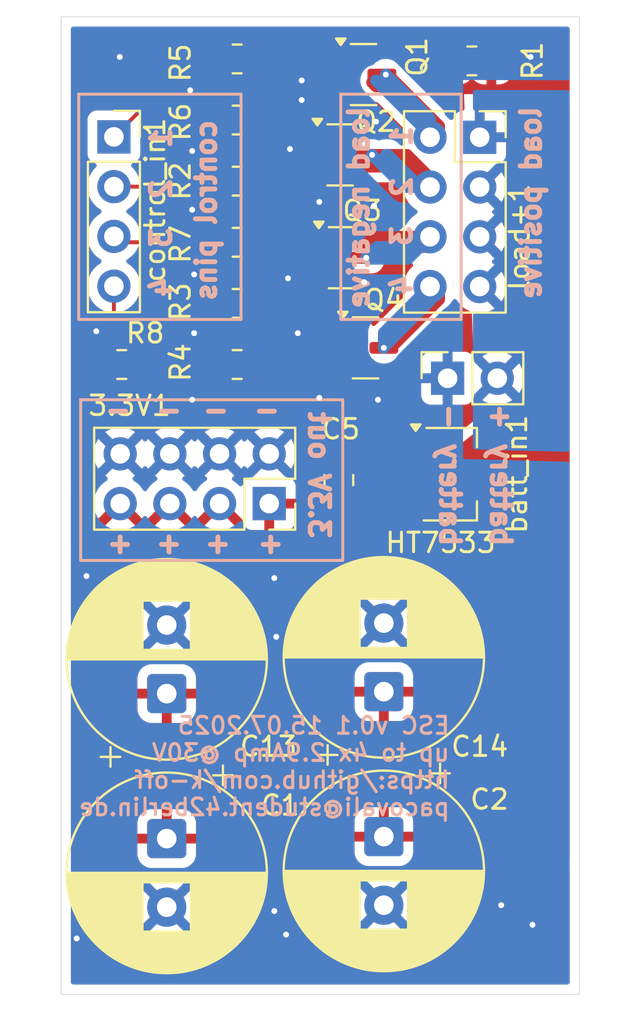
<source format=kicad_pcb>
(kicad_pcb (version 20241229) (generator "pcbnew") (generator_version "9.0")
  (layers (0 "F.Cu" signal "Front") (2 "B.Cu" signal "Back") (13 "F.Paste" user) (15 "B.Paste" user) (5 "F.SilkS" user "F.Silkscreen") (7 "B.SilkS" user "B.Silkscreen") (1 "F.Mask" user) (3 "B.Mask" user) (25 "Edge.Cuts" user))
  (net 0 "")
  (net 1 "GND")
  (net 2 "Net-(control_in1-Pin_1)")
  (net 3 "Net-(control_in1-Pin_4)")
  (net 4 "Net-(control_in1-Pin_3)")
  (net 5 "Net-(control_in1-Pin_2)")
  (net 6 "Net-(Q3-D)")
  (net 7 "Net-(Q1-D)")
  (net 8 "Net-(Q2-D)")
  (net 9 "Net-(Q4-D)")
  (net 10 "Net-(Q1-G)")
  (net 11 "Net-(Q2-G)")
  (net 12 "Net-(Q3-G)")
  (net 13 "Net-(Q4-G)")
  (net 14 "+3.3V")
  (net 15 "+BATT")
  (footprint "Package_TO_SOT_SMD:SOT-23" (layer "F.Cu") (at 76.5625 71.1)
    (property "Reference" "Q1" (at 2.7375 -0.9 270) (layer "F.SilkS"))
    (property "Value" "SI2300")
    (pad "1" smd roundrect (at -0.9375 -0.95) (size 1.475 0.6) (layers "F.Cu" "F.Mask" "F.Paste") (net 10 "Net-(Q1-G)"))
    (pad "2" smd roundrect (at -0.9375 0.95) (size 1.475 0.6) (layers "F.Cu" "F.Mask" "F.Paste") (net 1 "GND"))
    (pad "3" smd roundrect (at 0.9375 0) (size 1.475 0.6) (layers "F.Cu" "F.Mask" "F.Paste") (net 7 "Net-(Q1-D)"))
  )
  (footprint "Resistor_SMD:R_0805_2012Metric_Pad1.20x1.40mm_HandSolder" (layer "F.Cu") (at 64.2 85.9 180)
    (property "Reference" "R8" (at -1.2 1.6 180) (layer "F.SilkS"))
    (property "Value" "470R")
    (pad "1" smd roundrect (at -1 0 180) (size 1.2 1.4) (layers "F.Cu" "F.Mask" "F.Paste") (roundrect_rratio 0.208333) (net 13 "Net-(Q4-G)"))
    (pad "2" smd roundrect (at 1 0 180) (size 1.2 1.4) (layers "F.Cu" "F.Mask" "F.Paste") (roundrect_rratio 0.208333) (net 3 "Net-(control_in1-Pin_4)"))
  )
  (footprint "Connector_PinSocket_2.54mm:PinSocket_1x02_P2.54mm_Vertical" (layer "F.Cu") (at 80.86 86.6 90)
    (property "Reference" "batt_in1" (at -4.9 3.54 90) (layer "F.SilkS"))
    (property "Value" "batt_in")
    (pad "1" thru_hole rect (at 0 0 90) (size 1.7 1.7) (drill 1) (layers "*.Cu" "*.Mask") (net 1 "GND"))
    (pad "2" thru_hole circle (at 0 2.54 90) (size 1.7 1.7) (drill 1) (layers "*.Cu" "*.Mask") (net 15 "+BATT"))
  )
  (footprint "Resistor_SMD:R_0805_2012Metric_Pad1.20x1.40mm_HandSolder" (layer "F.Cu") (at 70.1 70.3 180)
    (property "Reference" "R5" (at 2.9 -0.2 90) (layer "F.SilkS"))
    (property "Value" "470R")
    (pad "1" smd roundrect (at -1 0 180) (size 1.2 1.4) (layers "F.Cu" "F.Mask" "F.Paste") (roundrect_rratio 0.208333) (net 10 "Net-(Q1-G)"))
    (pad "2" smd roundrect (at 1 0 180) (size 1.2 1.4) (layers "F.Cu" "F.Mask" "F.Paste") (roundrect_rratio 0.208333) (net 2 "Net-(control_in1-Pin_1)"))
  )
  (footprint "Resistor_SMD:R_0805_2012Metric_Pad1.20x1.40mm_HandSolder" (layer "F.Cu") (at 70.1 79.66 180)
    (property "Reference" "R7" (at 2.9 -0.1 90) (layer "F.SilkS"))
    (property "Value" "470R")
    (pad "1" smd roundrect (at -1 0 180) (size 1.2 1.4) (layers "F.Cu" "F.Mask" "F.Paste") (roundrect_rratio 0.208333) (net 12 "Net-(Q3-G)"))
    (pad "2" smd roundrect (at 1 0 180) (size 1.2 1.4) (layers "F.Cu" "F.Mask" "F.Paste") (roundrect_rratio 0.208333) (net 4 "Net-(control_in1-Pin_3)"))
  )
  (footprint "Package_TO_SOT_SMD:SOT-23" (layer "F.Cu") (at 75.4375 80.45)
    (property "Reference" "Q3" (at 1.0625 -2.4 0) (layer "F.SilkS"))
    (property "Value" "SI2300")
    (pad "1" smd roundrect (at -0.9375 -0.95) (size 1.475 0.6) (layers "F.Cu" "F.Mask" "F.Paste") (net 12 "Net-(Q3-G)"))
    (pad "2" smd roundrect (at -0.9375 0.95) (size 1.475 0.6) (layers "F.Cu" "F.Mask" "F.Paste") (net 1 "GND"))
    (pad "3" smd roundrect (at 0.9375 0) (size 1.475 0.6) (layers "F.Cu" "F.Mask" "F.Paste") (net 6 "Net-(Q3-D)"))
  )
  (footprint "Capacitor_THT:CP_Radial_D10.0mm_P3.50mm" (layer "F.Cu") (at 66.5 110.1 -90)
    (property "Reference" "C1" (at -1.7 -5.8 0) (layer "F.SilkS"))
    (property "Value" "100uF")
    (pad "1" thru_hole roundrect (at 0 0 270) (size 2 2) (drill 1) (layers "*.Cu" "*.Mask") (roundrect_rratio 0.125) (net 15 "+BATT"))
    (pad "2" thru_hole circle (at 3.5 0 270) (size 2 2) (drill 1) (layers "*.Cu" "*.Mask") (net 1 "GND"))
  )
  (footprint "Resistor_SMD:R_0805_2012Metric_Pad1.20x1.40mm_HandSolder" (layer "F.Cu") (at 70.1 82.78)
    (property "Reference" "R3" (at -2.9 -0.08 90) (layer "F.SilkS"))
    (property "Value" "5.1k")
    (pad "1" smd roundrect (at -1 0) (size 1.2 1.4) (layers "F.Cu" "F.Mask" "F.Paste") (roundrect_rratio 0.208333) (net 1 "GND"))
    (pad "2" smd roundrect (at 1 0) (size 1.2 1.4) (layers "F.Cu" "F.Mask" "F.Paste") (roundrect_rratio 0.208333) (net 12 "Net-(Q3-G)"))
  )
  (footprint "Capacitor_THT:CP_Radial_D10.0mm_P3.50mm" (layer "F.Cu") (at 77.6 110 -90)
    (property "Reference" "C2" (at -1.9 -5.4 0) (layer "F.SilkS"))
    (property "Value" "100uF")
    (pad "1" thru_hole roundrect (at 0 0 270) (size 2 2) (drill 1) (layers "*.Cu" "*.Mask") (roundrect_rratio 0.125) (net 15 "+BATT"))
    (pad "2" thru_hole circle (at 3.5 0 270) (size 2 2) (drill 1) (layers "*.Cu" "*.Mask") (net 1 "GND"))
  )
  (footprint "Resistor_SMD:R_0805_2012Metric_Pad1.20x1.40mm_HandSolder" (layer "F.Cu") (at 70.1 73.42 180)
    (property "Reference" "R6" (at 2.9 -0.1 90) (layer "F.SilkS"))
    (property "Value" "470R")
    (pad "1" smd roundrect (at -1 0 180) (size 1.2 1.4) (layers "F.Cu" "F.Mask" "F.Paste") (roundrect_rratio 0.208333) (net 11 "Net-(Q2-G)"))
    (pad "2" smd roundrect (at 1 0 180) (size 1.2 1.4) (layers "F.Cu" "F.Mask" "F.Paste") (roundrect_rratio 0.208333) (net 5 "Net-(control_in1-Pin_2)"))
  )
  (footprint "Capacitor_SMD:C_0805_2012Metric_Pad1.18x1.45mm_HandSolder" (layer "F.Cu") (at 75.3 91.8 90)
    (property "Reference" "C5" (at 2.6 0.1 180) (layer "F.SilkS"))
    (property "Value" "22uF")
    (pad "1" smd roundrect (at -1.0375 0 90) (size 1.175 1.45) (layers "F.Cu" "F.Mask" "F.Paste") (roundrect_rratio 0.212766) (net 14 "+3.3V"))
    (pad "2" smd roundrect (at 1.0375 0 90) (size 1.175 1.45) (layers "F.Cu" "F.Mask" "F.Paste") (roundrect_rratio 0.212766) (net 1 "GND"))
  )
  (footprint "Package_TO_SOT_SMD:SOT-23" (layer "F.Cu") (at 75.3625 75.2)
    (property "Reference" "Q2" (at 1.8375 -1.7 0) (layer "F.SilkS"))
    (property "Value" "SI2300")
    (pad "1" smd roundrect (at -0.9375 -0.95) (size 1.475 0.6) (layers "F.Cu" "F.Mask" "F.Paste") (net 11 "Net-(Q2-G)"))
    (pad "2" smd roundrect (at -0.9375 0.95) (size 1.475 0.6) (layers "F.Cu" "F.Mask" "F.Paste") (net 1 "GND"))
    (pad "3" smd roundrect (at 0.9375 0) (size 1.475 0.6) (layers "F.Cu" "F.Mask" "F.Paste") (net 8 "Net-(Q2-D)"))
  )
  (footprint "Capacitor_THT:CP_Radial_D10.0mm_P3.50mm" (layer "F.Cu") (at 77.6 102.6 90)
    (property "Reference" "C14" (at -2.8 4.9 180) (layer "F.SilkS"))
    (property "Value" "100uF")
    (pad "1" thru_hole roundrect (at 0 0 90) (size 2 2) (drill 1) (layers "*.Cu" "*.Mask") (roundrect_rratio 0.125) (net 15 "+BATT"))
    (pad "2" thru_hole circle (at 3.5 0 90) (size 2 2) (drill 1) (layers "*.Cu" "*.Mask") (net 1 "GND"))
  )
  (footprint "Package_TO_SOT_SMD:SOT-89-3" (layer "F.Cu") (at 81 91.5)
    (property "Reference" "HT7533" (at -0.5 3.5 180) (layer "F.SilkS"))
    (property "Value" "HT75xx-1-SOT89" (hide yes))
    (pad "1" smd roundrect (at -1.95 -1.5) (size 1.3 0.9) (layers "F.Cu" "F.Mask" "F.Paste") (net 1 "GND"))
    (pad "2" smd custom (at -1.8625 0) (size 1.475 0.9) (layers "F.Cu" "F.Mask" "F.Paste") (net 15 "+BATT") (options (clearance outline) (anchor rect)) (primitives (gr_poly (pts (xy 3.8625 0.8665) (xy 0.7375 0.8665) (xy 0.7375 -0.8665) (xy 3.8625 -0.8665)) (width 0) (fill yes))))
    (pad "3" smd roundrect (at -1.95 1.5) (size 1.3 0.9) (layers "F.Cu" "F.Mask" "F.Paste") (net 14 "+3.3V"))
  )
  (footprint "Package_TO_SOT_SMD:SOT-23" (layer "F.Cu") (at 76.6625 85.05)
    (property "Reference" "Q4" (at 0.9375 -2.45 0) (layer "F.SilkS"))
    (property "Value" "SI2300")
    (pad "1" smd roundrect (at -0.9375 -0.95) (size 1.475 0.6) (layers "F.Cu" "F.Mask" "F.Paste") (net 13 "Net-(Q4-G)"))
    (pad "2" smd roundrect (at -0.9375 0.95) (size 1.475 0.6) (layers "F.Cu" "F.Mask" "F.Paste") (net 1 "GND"))
    (pad "3" smd roundrect (at 0.9375 0) (size 1.475 0.6) (layers "F.Cu" "F.Mask" "F.Paste") (net 9 "Net-(Q4-D)"))
  )
  (footprint "Resistor_SMD:R_0805_2012Metric_Pad1.20x1.40mm_HandSolder" (layer "F.Cu") (at 70.1 76.54)
    (property "Reference" "R2" (at -2.9 0 90) (layer "F.SilkS"))
    (property "Value" "5.1k")
    (pad "1" smd roundrect (at -1 0) (size 1.2 1.4) (layers "F.Cu" "F.Mask" "F.Paste") (roundrect_rratio 0.208333) (net 1 "GND"))
    (pad "2" smd roundrect (at 1 0) (size 1.2 1.4) (layers "F.Cu" "F.Mask" "F.Paste") (roundrect_rratio 0.208333) (net 11 "Net-(Q2-G)"))
  )
  (footprint "Connector_PinSocket_2.54mm:PinSocket_1x04_P2.54mm_Vertical" (layer "F.Cu") (at 63.8 74.28)
    (property "Reference" "control_in1" (at 2.1 3.22 90) (layer "F.SilkS"))
    (property "Value" "control")
    (pad "1" thru_hole rect (at 0 0) (size 1.7 1.7) (drill 1) (layers "*.Cu" "*.Mask") (net 2 "Net-(control_in1-Pin_1)"))
    (pad "2" thru_hole circle (at 0 2.54) (size 1.7 1.7) (drill 1) (layers "*.Cu" "*.Mask") (net 5 "Net-(control_in1-Pin_2)"))
    (pad "3" thru_hole circle (at 0 5.08) (size 1.7 1.7) (drill 1) (layers "*.Cu" "*.Mask") (net 4 "Net-(control_in1-Pin_3)"))
    (pad "4" thru_hole circle (at 0 7.62) (size 1.7 1.7) (drill 1) (layers "*.Cu" "*.Mask") (net 3 "Net-(control_in1-Pin_4)"))
  )
  (footprint "Connector_PinSocket_2.54mm:PinSocket_2x04_P2.54mm_Vertical" (layer "F.Cu") (at 71.74 93 -90)
    (property "Reference" "3.3V1" (at -5 7.14 180) (layer "F.SilkS"))
    (property "Value" "GND")
    (pad "1" thru_hole rect (at 0 0 270) (size 1.7 1.7) (drill 1) (layers "*.Cu" "*.Mask") (net 14 "+3.3V"))
    (pad "2" thru_hole circle (at -2.54 0 270) (size 1.7 1.7) (drill 1) (layers "*.Cu" "*.Mask") (net 1 "GND"))
    (pad "3" thru_hole circle (at 0 2.54 270) (size 1.7 1.7) (drill 1) (layers "*.Cu" "*.Mask") (net 14 "+3.3V"))
    (pad "4" thru_hole circle (at -2.54 2.54 270) (size 1.7 1.7) (drill 1) (layers "*.Cu" "*.Mask") (net 1 "GND"))
    (pad "5" thru_hole circle (at 0 5.08 270) (size 1.7 1.7) (drill 1) (layers "*.Cu" "*.Mask") (net 14 "+3.3V"))
    (pad "6" thru_hole circle (at -2.54 5.08 270) (size 1.7 1.7) (drill 1) (layers "*.Cu" "*.Mask") (net 1 "GND"))
    (pad "7" thru_hole circle (at 0 7.62 270) (size 1.7 1.7) (drill 1) (layers "*.Cu" "*.Mask") (net 14 "+3.3V"))
    (pad "8" thru_hole circle (at -2.54 7.62 270) (size 1.7 1.7) (drill 1) (layers "*.Cu" "*.Mask") (net 1 "GND"))
  )
  (footprint "Connector_PinSocket_2.54mm:PinSocket_2x04_P2.54mm_Vertical" (layer "F.Cu") (at 82.5 74.3)
    (property "Reference" "load+1" (at 2.035 5.1 90) (layer "F.SilkS"))
    (property "Value" "load-")
    (pad "1" thru_hole rect (at 0 0) (size 1.7 1.7) (drill 1) (layers "*.Cu" "*.Mask") (net 15 "+BATT"))
    (pad "2" thru_hole circle (at -2.54 0) (size 1.7 1.7) (drill 1) (layers "*.Cu" "*.Mask") (net 7 "Net-(Q1-D)"))
    (pad "3" thru_hole circle (at 0 2.54) (size 1.7 1.7) (drill 1) (layers "*.Cu" "*.Mask") (net 15 "+BATT"))
    (pad "4" thru_hole circle (at -2.54 2.54) (size 1.7 1.7) (drill 1) (layers "*.Cu" "*.Mask") (net 8 "Net-(Q2-D)"))
    (pad "5" thru_hole circle (at 0 5.08) (size 1.7 1.7) (drill 1) (layers "*.Cu" "*.Mask") (net 15 "+BATT"))
    (pad "6" thru_hole circle (at -2.54 5.08) (size 1.7 1.7) (drill 1) (layers "*.Cu" "*.Mask") (net 6 "Net-(Q3-D)"))
    (pad "7" thru_hole circle (at 0 7.62) (size 1.7 1.7) (drill 1) (layers "*.Cu" "*.Mask") (net 15 "+BATT"))
    (pad "8" thru_hole circle (at -2.54 7.62) (size 1.7 1.7) (drill 1) (layers "*.Cu" "*.Mask") (net 9 "Net-(Q4-D)"))
  )
  (footprint "Resistor_SMD:R_0805_2012Metric_Pad1.20x1.40mm_HandSolder" (layer "F.Cu") (at 82.1 70.4 180)
    (property "Reference" "R1" (at -3.1 0 90) (layer "F.SilkS"))
    (property "Value" "5.1k")
    (pad "1" smd roundrect (at -1 0 180) (size 1.2 1.4) (layers "F.Cu" "F.Mask" "F.Paste") (roundrect_rratio 0.208333) (net 1 "GND"))
    (pad "2" smd roundrect (at 1 0 180) (size 1.2 1.4) (layers "F.Cu" "F.Mask" "F.Paste") (roundrect_rratio 0.208333) (net 10 "Net-(Q1-G)"))
  )
  (footprint "Capacitor_THT:CP_Radial_D10.0mm_P3.50mm" (layer "F.Cu") (at 66.5 102.7 90)
    (property "Reference" "C13" (at -2.7 5.2 180) (layer "F.SilkS"))
    (property "Value" "100uF")
    (pad "1" thru_hole roundrect (at 0 0 90) (size 2 2) (drill 1) (layers "*.Cu" "*.Mask") (roundrect_rratio 0.125) (net 15 "+BATT"))
    (pad "2" thru_hole circle (at 3.5 0 90) (size 2 2) (drill 1) (layers "*.Cu" "*.Mask") (net 1 "GND"))
  )
  (footprint "Resistor_SMD:R_0805_2012Metric_Pad1.20x1.40mm_HandSolder" (layer "F.Cu") (at 70.1 85.9 180)
    (property "Reference" "R4" (at 2.9 0.1 90) (layer "F.SilkS"))
    (property "Value" "5.1k")
    (pad "1" smd roundrect (at -1 0 180) (size 1.2 1.4) (layers "F.Cu" "F.Mask" "F.Paste") (roundrect_rratio 0.208333) (net 1 "GND"))
    (pad "2" smd roundrect (at 1 0 180) (size 1.2 1.4) (layers "F.Cu" "F.Mask" "F.Paste") (roundrect_rratio 0.208333) (net 13 "Net-(Q4-G)"))
  )
  (gr_rect (start 62 72.1) (end 70.3 83.6) (stroke (width 0.1524)) (fill no) (layer "B.SilkS"))
  (gr_rect (start 62.1 87.7) (end 75.5 95.9) (stroke (width 0.1524)) (fill no) (layer "B.SilkS"))
  (gr_rect (start 75.4 72.1) (end 81.55 83.6) (stroke (width 0.1524)) (fill no) (layer "B.SilkS"))
  (gr_rect (start 61.1 68.15) (end 87.6 118.05) (stroke (width 0.0381)) (fill no) (layer "Edge.Cuts"))
  (gr_text "+" (at 64.9 95.6 0) (layer "B.SilkS") (effects (font (size 1 1) (thickness 0.25) (bold yes)) (justify left bottom mirror)))
  (gr_text "+" (at 67.4 95.6 0) (layer "B.SilkS") (effects (font (size 1 1) (thickness 0.25) (bold yes)) (justify left bottom mirror)))
  (gr_text "4" (at 66.8 81.3 90) (layer "B.SilkS") (effects (font (size 1 1) (thickness 0.25) (bold yes)) (justify left bottom mirror)))
  (gr_text "3" (at 79.1 78.7 90) (layer "B.SilkS") (effects (font (size 1 1) (thickness 0.25) (bold yes)) (justify left bottom mirror)))
  (gr_text "ESC v0.1 15.07.2025\nup to 4x 2.9Amp @30V\nhttps:/github.com/k-off\npacovali@student.42berlin.de" (at 81.05 109 0) (layer "B.SilkS") (effects (font (size 0.862 0.862) (thickness 0.1564) (bold yes)) (justify left bottom mirror)))
  (gr_text "-\n" (at 64.8 88.8 0) (layer "B.SilkS") (effects (font (size 1 1) (thickness 0.25) (bold yes)) (justify left bottom mirror)))
  (gr_text "load positive" (at 85.7 72.6 90) (layer "B.SilkS") (effects (font (size 1 1) (thickness 0.25) (bold yes)) (justify left bottom mirror)))
  (gr_text "-\n" (at 67.4 88.8 0) (layer "B.SilkS") (effects (font (size 1 1) (thickness 0.25) (bold yes)) (justify left bottom mirror)))
  (gr_text "3.3V out" (at 73.7 94.9 270) (layer "B.SilkS") (effects (font (size 1 1) (thickness 0.25) (bold yes)) (justify left bottom mirror)))
  (gr_text "load negative" (at 76.9 72.6 90) (layer "B.SilkS") (effects (font (size 1 1) (thickness 0.25) (bold yes)) (justify left bottom mirror)))
  (gr_text "-\n" (at 69.8 88.8 0) (layer "B.SilkS") (effects (font (size 1 1) (thickness 0.25) (bold yes)) (justify left bottom mirror)))
  (gr_text "4" (at 79.1 81.2 90) (layer "B.SilkS") (effects (font (size 1 1) (thickness 0.25) (bold yes)) (justify left bottom mirror)))
  (gr_text "control pins" (at 69.1 73.3 90) (layer "B.SilkS") (effects (font (size 1 1) (thickness 0.25) (bold yes)) (justify left bottom mirror)))
  (gr_text "+" (at 72.6 95.6 0) (layer "B.SilkS") (effects (font (size 1 1) (thickness 0.25) (bold yes)) (justify left bottom mirror)))
  (gr_text "1\n" (at 66.8 73.7 90) (layer "B.SilkS") (effects (font (size 1 1) (thickness 0.25) (bold yes)) (justify left bottom mirror)))
  (gr_text "battery +" (at 83 95.3 270) (layer "B.SilkS") (effects (font (size 1 1) (thickness 0.25) (bold yes)) (justify left bottom mirror)))
  (gr_text "2" (at 66.8 76.3 90) (layer "B.SilkS") (effects (font (size 1 1) (thickness 0.25) (bold yes)) (justify left bottom mirror)))
  (gr_text "3" (at 66.8 78.8 90) (layer "B.SilkS") (effects (font (size 1 1) (thickness 0.25) (bold yes)) (justify left bottom mirror)))
  (gr_text "1\n" (at 79.1 73.6 90) (layer "B.SilkS") (effects (font (size 1 1) (thickness 0.25) (bold yes)) (justify left bottom mirror)))
  (gr_text "-\n" (at 72.4 88.8 0) (layer "B.SilkS") (effects (font (size 1 1) (thickness 0.25) (bold yes)) (justify left bottom mirror)))
  (gr_text "2" (at 79.1 76.2 90) (layer "B.SilkS") (effects (font (size 1 1) (thickness 0.25) (bold yes)) (justify left bottom mirror)))
  (gr_text "+" (at 69.9 95.6 0) (layer "B.SilkS") (effects (font (size 1 1) (thickness 0.25) (bold yes)) (justify left bottom mirror)))
  (gr_text "battery -" (at 80.4 95.3 270) (layer "B.SilkS") (effects (font (size 1 1) (thickness 0.25) (bold yes)) (justify left bottom mirror)))
  (segment (start 69.1 76.2) (end 69.1 76.54) (width 0.2) (layer "F.Cu") (net 1))
  (via (at 72.8 74.9) (size 0.6) (drill 0.3) (layers "F.Cu" "B.Cu") (net 1))
  (via (at 73.4 72.4) (size 0.6) (drill 0.3) (layers "F.Cu" "B.Cu") (net 1))
  (via (at 61.9 115.2) (size 0.6) (drill 0.3) (layers "F.Cu" "B.Cu") (net 1))
  (via (at 83.6 113.5) (size 0.6) (drill 0.3) (layers "F.Cu" "B.Cu") (net 1))
  (via (at 77.1 77.8) (size 0.6) (drill 0.3) (layers "F.Cu" "B.Cu") (net 1))
  (via (at 72 96.8) (size 0.6) (drill 0.3) (layers "F.Cu" "B.Cu") (net 1))
  (via (at 76.6 81.7) (size 0.6) (drill 0.3) (layers "F.Cu" "B.Cu") (net 1))
  (via (at 62.4 96.7) (size 0.6) (drill 0.3) (layers "F.Cu" "B.Cu") (net 1))
  (via (at 74.3 87.6) (size 0.6) (drill 0.3) (layers "F.Cu" "B.Cu") (net 1))
  (via (at 72 113.8) (size 0.6) (drill 0.3) (layers "F.Cu" "B.Cu") (net 1))
  (via (at 67.7 71.9) (size 0.6) (drill 0.3) (layers "F.Cu" "B.Cu") (net 1))
  (via (at 85.1 70.2) (size 0.6) (drill 0.3) (layers "F.Cu" "B.Cu") (net 1))
  (via (at 85.2 114.5) (size 0.6) (drill 0.3) (layers "F.Cu" "B.Cu") (net 1))
  (via (at 62.9 84.2) (size 0.6) (drill 0.3) (layers "F.Cu" "B.Cu") (net 1))
  (via (at 77.2 73.5) (size 0.6) (drill 0.3) (layers "F.Cu" "B.Cu") (net 1))
  (via (at 67.8 75) (size 0.6) (drill 0.3) (layers "F.Cu" "B.Cu") (net 1))
  (via (at 72.1 99.8) (size 0.6) (drill 0.3) (layers "F.Cu" "B.Cu") (net 1))
  (via (at 72.7 81.5) (size 0.6) (drill 0.3) (layers "F.Cu" "B.Cu") (net 1))
  (via (at 74.3 77.6) (size 0.6) (drill 0.3) (layers "F.Cu" "B.Cu") (net 1))
  (via (at 77.3 87.7) (size 0.6) (drill 0.3) (layers "F.Cu" "B.Cu") (net 1))
  (via (at 67.9 84.3) (size 0.6) (drill 0.3) (layers "F.Cu" "B.Cu") (net 1))
  (via (at 67.9 81.3) (size 0.6) (drill 0.3) (layers "F.Cu" "B.Cu") (net 1))
  (via (at 64.1 70.2) (size 0.6) (drill 0.3) (layers "F.Cu" "B.Cu") (net 1))
  (via (at 67.8 87.7) (size 0.6) (drill 0.3) (layers "F.Cu" "B.Cu") (net 1))
  (via (at 67.8 78) (size 0.6) (drill 0.3) (layers "F.Cu" "B.Cu") (net 1))
  (via (at 73.4 71.4) (size 0.6) (drill 0.3) (layers "F.Cu" "B.Cu") (net 1))
  (via (at 72.6 115) (size 0.6) (drill 0.3) (layers "F.Cu" "B.Cu") (net 1))
  (via (at 73.2 84.3) (size 0.6) (drill 0.3) (layers "F.Cu" "B.Cu") (net 1))
  (segment (start 67.78 70.3) (end 69.1 70.3) (width 0.2) (layer "F.Cu") (net 2))
  (segment (start 63.8 74.28) (end 67.78 70.3) (width 0.2) (layer "F.Cu") (net 2))
  (segment (start 63.8 81.9) (end 63.8 85.3) (width 0.2) (layer "F.Cu") (net 3))
  (segment (start 63.8 85.3) (end 63.2 85.9) (width 0.2) (layer "F.Cu") (net 3))
  (segment (start 69.1 79.66) (end 64.1 79.66) (width 0.2) (layer "F.Cu") (net 4))
  (segment (start 64.1 79.66) (end 63.8 79.36) (width 0.2) (layer "F.Cu") (net 4))
  (segment (start 66.3 76.4) (end 66.3 75.2) (width 0.2) (layer "F.Cu") (net 5))
  (segment (start 66.3 75.2) (end 68.08 73.42) (width 0.2) (layer "F.Cu") (net 5))
  (segment (start 65.88 76.82) (end 66.3 76.4) (width 0.2) (layer "F.Cu") (net 5))
  (segment (start 68.08 73.42) (end 69.1 73.42) (width 0.2) (layer "F.Cu") (net 5))
  (segment (start 63.8 76.82) (end 65.88 76.82) (width 0.2) (layer "F.Cu") (net 5))
  (segment (start 76.375 80.025) (end 76.375 80.45) (width 0.6) (layer "F.Cu") (net 6))
  (segment (start 80.425 79.38) (end 77.02 79.38) (width 0.6) (layer "F.Cu") (net 6))
  (segment (start 77.02 79.38) (end 76.375 80.025) (width 0.6) (layer "F.Cu") (net 6))
  (segment (start 76.75 80.45) (end 76.7 80.45) (width 0.6) (layer "F.Cu") (net 6))
  (segment (start 80.425 79.38) (end 79.905 79.9) (width 0.6) (layer "F.Cu") (net 6))
  (segment (start 76.7 80.45) (end 76.375 80.45) (width 0.6) (layer "F.Cu") (net 6))
  (segment (start 77.3 79.9) (end 76.75 80.45) (width 0.6) (layer "F.Cu") (net 6))
  (segment (start 79.905 79.9) (end 77.3 79.9) (width 0.6) (layer "F.Cu") (net 6))
  (via (at 76.7 80.45) (size 0.6) (drill 0.3) (layers "F.Cu" "B.Cu") (net 6))
  (segment (start 79.84 79.5) (end 79.1 79.5) (width 0.6) (layer "B.Cu") (net 6))
  (segment (start 79.96 79.38) (end 78.84 80.5) (width 0.6) (layer "B.Cu") (net 6))
  (segment (start 79.1 79.5) (end 78.7 79.9) (width 0.6) (layer "B.Cu") (net 6))
  (segment (start 78.7 79.9) (end 77.25 79.9) (width 0.6) (layer "B.Cu") (net 6))
  (segment (start 76.75 80.5) (end 76.7 80.45) (width 0.6) (layer "B.Cu") (net 6))
  (segment (start 79.96 79.38) (end 79.84 79.5) (width 0.6) (layer "B.Cu") (net 6))
  (segment (start 78.84 80.5) (end 76.75 80.5) (width 0.6) (layer "B.Cu") (net 6))
  (segment (start 77.25 79.9) (end 76.7 80.45) (width 0.6) (layer "B.Cu") (net 6))
  (segment (start 77.2 71.7) (end 77 71.5) (width 0.6) (layer "F.Cu") (net 7))
  (segment (start 77.6 71.7) (end 77.2 71.7) (width 0.6) (layer "F.Cu") (net 7))
  (segment (start 77.7 71.1) (end 77.5 71.1) (width 0.6) (layer "F.Cu") (net 7))
  (segment (start 80.425 74.3) (end 80.425 73.725) (width 0.6) (layer "F.Cu") (net 7))
  (segment (start 80.425 74.3) (end 80.2 74.3) (width 0.6) (layer "F.Cu") (net 7))
  (segment (start 80.2 74.3) (end 77.6 71.7) (width 0.6) (layer "F.Cu") (net 7))
  (segment (start 77.8 71.1) (end 77.7 71.1) (width 0.6) (layer "F.Cu") (net 7))
  (segment (start 80.425 73.725) (end 77.8 71.1) (width 0.6) (layer "F.Cu") (net 7))
  (via (at 77.7 71.1) (size 0.6) (drill 0.3) (layers "F.Cu" "B.Cu") (net 7))
  (segment (start 79.96 73.36) (end 77.7 71.1) (width 0.6) (layer "B.Cu") (net 7))
  (segment (start 77.2 71.4) (end 79.96 74.16) (width 0.6) (layer "B.Cu") (net 7))
  (segment (start 79.96 74.3) (end 79.96 73.36) (width 0.6) (layer "B.Cu") (net 7))
  (segment (start 79.96 74.16) (end 79.96 74.3) (width 0.6) (layer "B.Cu") (net 7))
  (segment (start 76.7 75.8) (end 76.3 75.4) (width 0.6) (layer "F.Cu") (net 8))
  (segment (start 80.425 76.84) (end 79.74 76.84) (width 0.6) (layer "F.Cu") (net 8))
  (segment (start 76.3 75.4) (end 76.3 75.2) (width 0.6) (layer "F.Cu") (net 8))
  (segment (start 79.74 76.84) (end 78.7 75.8) (width 0.6) (layer "F.Cu") (net 8))
  (segment (start 78.785 75.2) (end 77 75.2) (width 0.6) (layer "F.Cu") (net 8))
  (segment (start 80.425 76.84) (end 78.785 75.2) (width 0.6) (layer "F.Cu") (net 8))
  (segment (start 78.7 75.8) (end 76.7 75.8) (width 0.6) (layer "F.Cu") (net 8))
  (segment (start 77 75.2) (end 76.3 75.2) (width 0.6) (layer "F.Cu") (net 8))
  (via (at 77 75.2) (size 0.6) (drill 0.3) (layers "F.Cu" "B.Cu") (net 8))
  (segment (start 79.44 76.84) (end 77.8 75.2) (width 0.6) (layer "B.Cu") (net 8))
  (segment (start 77.8 75.2) (end 77.7 75.2) (width 0.6) (layer "B.Cu") (net 8))
  (segment (start 79.96 76.84) (end 79.44 76.84) (width 0.6) (layer "B.Cu") (net 8))
  (segment (start 79.96 76.84) (end 78.64 76.84) (width 0.6) (layer "B.Cu") (net 8))
  (segment (start 78.64 76.84) (end 77 75.2) (width 0.6) (layer "B.Cu") (net 8))
  (segment (start 80.28 81.92) (end 77.6 84.6) (width 0.6) (layer "F.Cu") (net 9))
  (segment (start 77.95 85.05) (end 80.425 82.575) (width 0.6) (layer "F.Cu") (net 9))
  (segment (start 77.6 84.6) (end 77.6 85.05) (width 0.6) (layer "F.Cu") (net 9))
  (segment (start 80.425 81.92) (end 80.28 81.92) (width 0.6) (layer "F.Cu") (net 9))
  (segment (start 80.425 82.575) (end 80.425 81.92) (width 0.6) (layer "F.Cu") (net 9))
  (segment (start 77.6 85.05) (end 77.95 85.05) (width 0.6) (layer "F.Cu") (net 9))
  (via (at 77.6 85.05) (size 0.6) (drill 0.3) (layers "F.Cu" "B.Cu") (net 9))
  (segment (start 79.96 82.64) (end 77.6 85) (width 0.6) (layer "B.Cu") (net 9))
  (segment (start 79.96 81.92) (end 79.96 82.64) (width 0.6) (layer "B.Cu") (net 9))
  (segment (start 77.6 84.28) (end 77.6 84.7) (width 0.6) (layer "B.Cu") (net 9))
  (segment (start 79.96 81.92) (end 77.6 84.28) (width 0.6) (layer "B.Cu") (net 9))
  (segment (start 77.6 85) (end 77.6 85.05) (width 0.6) (layer "B.Cu") (net 9))
  (segment (start 75.625 70.15) (end 80.85 70.15) (width 0.2) (layer "F.Cu") (net 10))
  (segment (start 71.25 70.15) (end 75.625 70.15) (width 0.2) (layer "F.Cu") (net 10))
  (segment (start 80.85 70.15) (end 81.1 70.4) (width 0.2) (layer "F.Cu") (net 10))
  (segment (start 71.1 70.3) (end 71.25 70.15) (width 0.2) (layer "F.Cu") (net 10))
  (segment (start 71.1 73.42) (end 71.1 76.54) (width 0.2) (layer "F.Cu") (net 11))
  (segment (start 71.1 73.42) (end 73.595 73.42) (width 0.2) (layer "F.Cu") (net 11))
  (segment (start 73.595 73.42) (end 74.425 74.25) (width 0.2) (layer "F.Cu") (net 11))
  (segment (start 71.1 79.66) (end 71.1 82.78) (width 0.2) (layer "F.Cu") (net 12))
  (segment (start 71.1 79.66) (end 71.56 79.66) (width 0.2) (layer "F.Cu") (net 12))
  (segment (start 71.72 79.5) (end 74.5 79.5) (width 0.2) (layer "F.Cu") (net 12))
  (segment (start 71.56 79.66) (end 71.72 79.5) (width 0.2) (layer "F.Cu") (net 12))
  (segment (start 65.2 85.9) (end 69.1 85.9) (width 0.2) (layer "F.Cu") (net 13))
  (segment (start 69.1 85.9) (end 70.6 87.4) (width 0.2) (layer "F.Cu") (net 13))
  (segment (start 70.6 87.4) (end 72.425 87.4) (width 0.2) (layer "F.Cu") (net 13))
  (segment (start 72.425 87.4) (end 75.725 84.1) (width 0.2) (layer "F.Cu") (net 13))
  (zone (net 14) (net_name "+3.3V") (layer "F.Cu") (priority 1) (connect_pads (clearance 0.5)) (min_thickness 0.25) (fill yes (thermal_gap 0.5) (thermal_bridge_width 0.5))
    (polygon (pts (xy 59.6 91.8) (xy 77.3 91.8) (xy 78.3 92.4) (xy 79.7 92.4) (xy 79.8 92.7) (xy 79.8 93.6) (xy 79.6 94.3) (xy 79.8 95.8) (xy 59.5 95.8)))
  )
  (zone (net 15) (net_name "+BATT") (layer "F.Cu") (connect_pads (clearance 0.5)) (min_thickness 0.25) (fill yes (thermal_gap 0.5) (thermal_bridge_width 0.5))
    (polygon (pts (xy 59.6 100.9) (xy 59.6 111.8) (xy 88.871276 111.691588) (xy 89.171213 72.1) (xy 81.7 72.1) (xy 82.11 86.625) (xy 82.3 88.7) (xy 79.9 90.6) (xy 79.8 95.8) (xy 80.7 100.9) (xy 63.2 100.982323) (xy 59.6 100.982323) (xy 59.8 100.982323)))
  )
  (zone (net 1) (net_name "GND") (layer "F.Cu") (priority 2) (connect_pads (clearance 0.5)) (min_thickness 0.25) (fill yes (thermal_gap 0.5) (thermal_bridge_width 0.5))
    (polygon (pts (xy 89.24375 72.1) (xy 89.544215 67.292558) (xy 58.276194 67.391822) (xy 57.97624 119.583798) (xy 89.616992 119.384799) (xy 89.017479 111.691046) (xy 59.6 111.8) (xy 59.6 100.982323) (xy 80.7 100.9) (xy 79.8 95.8) (xy 59.5 95.8) (xy 59.6 91.8) (xy 77.3 91.8) (xy 79.9 90.6) (xy 82.3 88.7) (xy 81.7 72.1)))
  )
  (zone (net 1) (net_name "GND") (layer "B.Cu") (priority 4) (connect_pads (clearance 0.5)) (min_thickness 0.25) (fill yes (thermal_gap 0.5) (thermal_bridge_width 0.5))
    (polygon (pts (xy 89.4 71.4) (xy 81.65 71.374785) (xy 81.65 90.721334) (xy 89.982045 90.943521) (xy 89.008976 119.040907) (xy 59.8 118.5) (xy 60.6 67.8) (xy 88.9 67.7)))
  )
  (zone (net 15) (net_name "+BATT") (layer "B.Cu") (priority 3) (connect_pads (clearance 0.5)) (min_thickness 0.25) (fill yes (thermal_gap 0.5) (thermal_bridge_width 0.5))
    (polygon (pts (xy 89.695997 71.240843) (xy 79.316764 71.377411) (xy 80.86 86.6) (xy 80.52833 90.692754) (xy 89.612192 90.93499)))
  )
)
</source>
